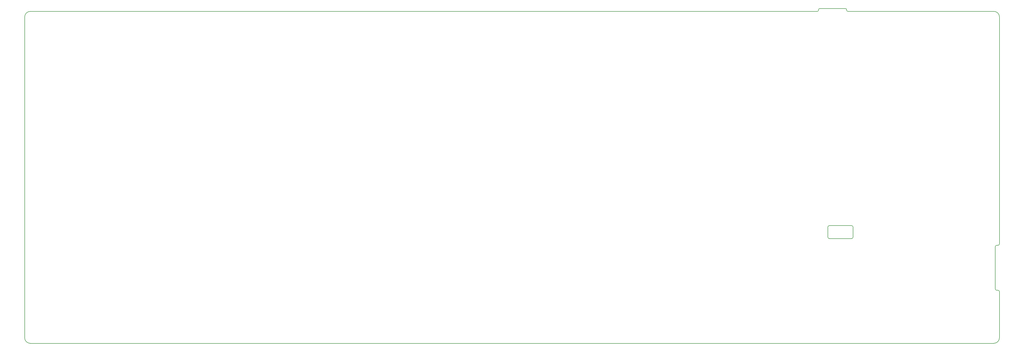
<source format=gbr>
%TF.GenerationSoftware,KiCad,Pcbnew,(7.99.0-267-g8440d7258b)*%
%TF.CreationDate,2023-05-05T04:19:59-07:00*%
%TF.ProjectId,1_2og_repro,315f326f-675f-4726-9570-726f2e6b6963,rev?*%
%TF.SameCoordinates,Original*%
%TF.FileFunction,Profile,NP*%
%FSLAX46Y46*%
G04 Gerber Fmt 4.6, Leading zero omitted, Abs format (unit mm)*
G04 Created by KiCad (PCBNEW (7.99.0-267-g8440d7258b)) date 2023-05-05 04:19:59*
%MOMM*%
%LPD*%
G01*
G04 APERTURE LIST*
%TA.AperFunction,Profile*%
%ADD10C,0.200000*%
%TD*%
G04 APERTURE END LIST*
D10*
X298109027Y-92514638D02*
X298109027Y-88914638D01*
X359227054Y-94934591D02*
X359225985Y-14094266D01*
X359225932Y-14094266D02*
G75*
G03*
X357225985Y-12094268I-1999832J166D01*
G01*
X359226080Y-111954620D02*
G75*
G03*
X358726094Y-111454620I-499880J120D01*
G01*
X358226067Y-95434571D02*
G75*
G03*
X357726071Y-95934597I33J-500029D01*
G01*
X294396115Y-12094261D02*
X14094189Y-12094234D01*
X14094189Y-12094228D02*
G75*
G03*
X12094188Y-14094169I11J-2000012D01*
G01*
X307089027Y-92514638D02*
X307089027Y-88914638D01*
X294796115Y-11494638D02*
X294796115Y-11694261D01*
X298609027Y-88414627D02*
G75*
G03*
X298109027Y-88914638I-27J-499973D01*
G01*
X304396115Y-11094638D02*
X295196115Y-11094638D01*
X295196115Y-11094615D02*
G75*
G03*
X294796115Y-11494638I85J-400085D01*
G01*
X298109062Y-92514638D02*
G75*
G03*
X298609027Y-93014638I499938J-62D01*
G01*
X304796137Y-11694263D02*
G75*
G03*
X305196115Y-12094263I400063J63D01*
G01*
X357726081Y-110954620D02*
G75*
G03*
X358226088Y-111454619I500119J120D01*
G01*
X306589027Y-93014627D02*
G75*
G03*
X307089027Y-92514638I-27J500027D01*
G01*
X304796062Y-11494638D02*
G75*
G03*
X304396115Y-11094638I-399862J138D01*
G01*
X298609027Y-88414638D02*
X306589027Y-88414638D01*
X12090467Y-128354419D02*
G75*
G03*
X14090538Y-130354493I1999903J-171D01*
G01*
X12094188Y-14094169D02*
X12090471Y-128354419D01*
X357226064Y-130354611D02*
G75*
G03*
X359226111Y-128354587I-164J2000211D01*
G01*
X358727058Y-95434554D02*
G75*
G03*
X359227054Y-94934591I142J499854D01*
G01*
X307089062Y-88914638D02*
G75*
G03*
X306589027Y-88414638I-500062J-62D01*
G01*
X359226111Y-128354587D02*
X359226093Y-111954620D01*
X357225985Y-12094268D02*
X305196115Y-12094263D01*
X358226088Y-111454619D02*
X358726094Y-111454620D01*
X14090470Y-130354493D02*
X357226064Y-130354589D01*
X358226067Y-95434596D02*
X358727058Y-95434592D01*
X298609027Y-93014638D02*
X306589027Y-93014638D01*
X304796115Y-11494638D02*
X304796115Y-11694263D01*
X357726089Y-110954620D02*
X357726071Y-95934597D01*
X294396115Y-12094315D02*
G75*
G03*
X294796115Y-11694261I85J399915D01*
G01*
M02*

</source>
